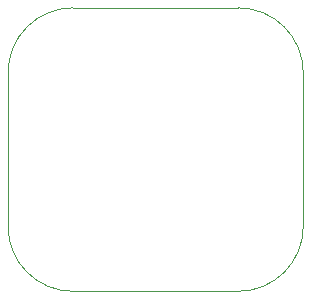
<source format=gbr>
%TF.GenerationSoftware,KiCad,Pcbnew,8.0.8*%
%TF.CreationDate,2025-02-01T16:22:36+01:00*%
%TF.ProjectId,pointControl,706f696e-7443-46f6-9e74-726f6c2e6b69,rev?*%
%TF.SameCoordinates,Original*%
%TF.FileFunction,Profile,NP*%
%FSLAX46Y46*%
G04 Gerber Fmt 4.6, Leading zero omitted, Abs format (unit mm)*
G04 Created by KiCad (PCBNEW 8.0.8) date 2025-02-01 16:22:36*
%MOMM*%
%LPD*%
G01*
G04 APERTURE LIST*
%TA.AperFunction,Profile*%
%ADD10C,0.100000*%
%TD*%
G04 APERTURE END LIST*
D10*
X167000000Y-81500000D02*
G75*
G02*
X161500000Y-87000000I-5500000J0D01*
G01*
X161500000Y-87000000D02*
X147500000Y-87000000D01*
X142000000Y-68500000D02*
G75*
G02*
X147500000Y-63000000I5500000J0D01*
G01*
X161500000Y-63000000D02*
X147500000Y-63000000D01*
X167000000Y-68500000D02*
X167000000Y-81500000D01*
X161500000Y-63000000D02*
G75*
G02*
X167000000Y-68500000I0J-5500000D01*
G01*
X147500000Y-87000000D02*
G75*
G02*
X142000000Y-81500000I0J5500000D01*
G01*
X142000000Y-81500000D02*
X142000000Y-68500000D01*
M02*

</source>
